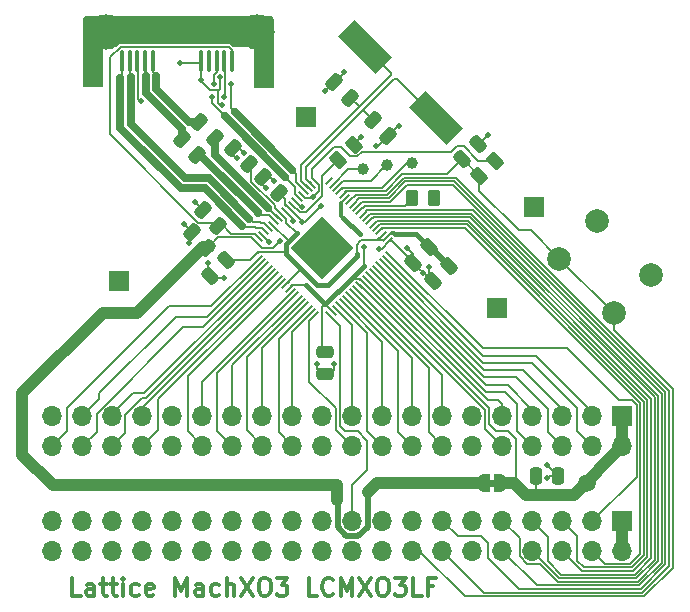
<source format=gbr>
%TF.GenerationSoftware,KiCad,Pcbnew,(6.0.4)*%
%TF.CreationDate,2022-04-10T17:23:06-04:00*%
%TF.ProjectId,ftdi601_breakout,66746469-3630-4315-9f62-7265616b6f75,rev?*%
%TF.SameCoordinates,Original*%
%TF.FileFunction,Copper,L1,Top*%
%TF.FilePolarity,Positive*%
%FSLAX46Y46*%
G04 Gerber Fmt 4.6, Leading zero omitted, Abs format (unit mm)*
G04 Created by KiCad (PCBNEW (6.0.4)) date 2022-04-10 17:23:06*
%MOMM*%
%LPD*%
G01*
G04 APERTURE LIST*
G04 Aperture macros list*
%AMRoundRect*
0 Rectangle with rounded corners*
0 $1 Rounding radius*
0 $2 $3 $4 $5 $6 $7 $8 $9 X,Y pos of 4 corners*
0 Add a 4 corners polygon primitive as box body*
4,1,4,$2,$3,$4,$5,$6,$7,$8,$9,$2,$3,0*
0 Add four circle primitives for the rounded corners*
1,1,$1+$1,$2,$3*
1,1,$1+$1,$4,$5*
1,1,$1+$1,$6,$7*
1,1,$1+$1,$8,$9*
0 Add four rect primitives between the rounded corners*
20,1,$1+$1,$2,$3,$4,$5,0*
20,1,$1+$1,$4,$5,$6,$7,0*
20,1,$1+$1,$6,$7,$8,$9,0*
20,1,$1+$1,$8,$9,$2,$3,0*%
%AMRotRect*
0 Rectangle, with rotation*
0 The origin of the aperture is its center*
0 $1 length*
0 $2 width*
0 $3 Rotation angle, in degrees counterclockwise*
0 Add horizontal line*
21,1,$1,$2,0,0,$3*%
%AMFreePoly0*
4,1,22,0.500000,-0.750000,0.000000,-0.750000,0.000000,-0.745033,-0.079941,-0.743568,-0.215256,-0.701293,-0.333266,-0.622738,-0.424486,-0.514219,-0.481581,-0.384460,-0.499164,-0.250000,-0.500000,-0.250000,-0.500000,0.250000,-0.499164,0.250000,-0.499963,0.256109,-0.478152,0.396186,-0.417904,0.524511,-0.324060,0.630769,-0.204165,0.706417,-0.067858,0.745374,0.000000,0.744959,0.000000,0.750000,
0.500000,0.750000,0.500000,-0.750000,0.500000,-0.750000,$1*%
%AMFreePoly1*
4,1,20,0.000000,0.744959,0.073905,0.744508,0.209726,0.703889,0.328688,0.626782,0.421226,0.519385,0.479903,0.390333,0.500000,0.250000,0.500000,-0.250000,0.499851,-0.262216,0.476331,-0.402017,0.414519,-0.529596,0.319384,-0.634700,0.198574,-0.708877,0.061801,-0.746166,0.000000,-0.745033,0.000000,-0.750000,-0.500000,-0.750000,-0.500000,0.750000,0.000000,0.750000,0.000000,0.744959,
0.000000,0.744959,$1*%
G04 Aperture macros list end*
%TA.AperFunction,NonConductor*%
%ADD10C,0.200000*%
%TD*%
%ADD11C,0.300000*%
%TA.AperFunction,NonConductor*%
%ADD12C,0.300000*%
%TD*%
%TA.AperFunction,SMDPad,CuDef*%
%ADD13RoundRect,0.100000X0.100000X0.800000X-0.100000X0.800000X-0.100000X-0.800000X0.100000X-0.800000X0*%
%TD*%
%TA.AperFunction,ComponentPad*%
%ADD14C,3.000000*%
%TD*%
%TA.AperFunction,SMDPad,CuDef*%
%ADD15RoundRect,0.250000X0.512652X0.159099X0.159099X0.512652X-0.512652X-0.159099X-0.159099X-0.512652X0*%
%TD*%
%TA.AperFunction,SMDPad,CuDef*%
%ADD16RoundRect,0.250000X0.159099X-0.512652X0.512652X-0.159099X-0.159099X0.512652X-0.512652X0.159099X0*%
%TD*%
%TA.AperFunction,SMDPad,CuDef*%
%ADD17RoundRect,0.250000X0.250000X0.475000X-0.250000X0.475000X-0.250000X-0.475000X0.250000X-0.475000X0*%
%TD*%
%TA.AperFunction,SMDPad,CuDef*%
%ADD18RoundRect,0.250000X0.475000X-0.250000X0.475000X0.250000X-0.475000X0.250000X-0.475000X-0.250000X0*%
%TD*%
%TA.AperFunction,ComponentPad*%
%ADD19R,1.700000X1.700000*%
%TD*%
%TA.AperFunction,ComponentPad*%
%ADD20O,1.700000X1.700000*%
%TD*%
%TA.AperFunction,SMDPad,CuDef*%
%ADD21C,1.000000*%
%TD*%
%TA.AperFunction,SMDPad,CuDef*%
%ADD22RoundRect,0.250000X-0.262500X-0.450000X0.262500X-0.450000X0.262500X0.450000X-0.262500X0.450000X0*%
%TD*%
%TA.AperFunction,SMDPad,CuDef*%
%ADD23RoundRect,0.250000X-0.512652X-0.159099X-0.159099X-0.512652X0.512652X0.159099X0.159099X0.512652X0*%
%TD*%
%TA.AperFunction,SMDPad,CuDef*%
%ADD24RoundRect,0.250000X0.132583X-0.503814X0.503814X-0.132583X-0.132583X0.503814X-0.503814X0.132583X0*%
%TD*%
%TA.AperFunction,ComponentPad*%
%ADD25C,2.000000*%
%TD*%
%TA.AperFunction,SMDPad,CuDef*%
%ADD26RotRect,4.500000X2.000000X135.000000*%
%TD*%
%TA.AperFunction,SMDPad,CuDef*%
%ADD27FreePoly0,180.000000*%
%TD*%
%TA.AperFunction,SMDPad,CuDef*%
%ADD28FreePoly1,180.000000*%
%TD*%
%TA.AperFunction,SMDPad,CuDef*%
%ADD29RoundRect,0.050000X0.220971X0.291682X-0.291682X-0.220971X-0.220971X-0.291682X0.291682X0.220971X0*%
%TD*%
%TA.AperFunction,SMDPad,CuDef*%
%ADD30RoundRect,0.050000X-0.220971X0.291682X-0.291682X0.220971X0.220971X-0.291682X0.291682X-0.220971X0*%
%TD*%
%TA.AperFunction,SMDPad,CuDef*%
%ADD31RotRect,3.800000X3.800000X225.000000*%
%TD*%
%TA.AperFunction,ComponentPad*%
%ADD32C,0.500000*%
%TD*%
%TA.AperFunction,SMDPad,CuDef*%
%ADD33C,1.500000*%
%TD*%
%TA.AperFunction,ViaPad*%
%ADD34C,0.508000*%
%TD*%
%TA.AperFunction,Conductor*%
%ADD35C,0.152400*%
%TD*%
%TA.AperFunction,Conductor*%
%ADD36C,0.400000*%
%TD*%
%TA.AperFunction,Conductor*%
%ADD37C,1.000000*%
%TD*%
%TA.AperFunction,Conductor*%
%ADD38C,0.200000*%
%TD*%
%TA.AperFunction,Conductor*%
%ADD39C,0.300000*%
%TD*%
%TA.AperFunction,Conductor*%
%ADD40C,0.700000*%
%TD*%
%TA.AperFunction,Conductor*%
%ADD41C,0.500000*%
%TD*%
G04 APERTURE END LIST*
D10*
X130307035Y-68925000D02*
X131807035Y-68925000D01*
X131807035Y-68925000D02*
X131807035Y-73800000D01*
X131807035Y-73800000D02*
X130307035Y-73800000D01*
X130307035Y-73800000D02*
X130307035Y-68925000D01*
G36*
X130307035Y-68925000D02*
G01*
X131807035Y-68925000D01*
X131807035Y-73800000D01*
X130307035Y-73800000D01*
X130307035Y-68925000D01*
G37*
X144807035Y-69675000D02*
X146307035Y-69675000D01*
X146307035Y-69675000D02*
X146307035Y-73825000D01*
X146307035Y-73825000D02*
X144807035Y-73825000D01*
X144807035Y-73825000D02*
X144807035Y-69675000D01*
G36*
X144807035Y-69675000D02*
G01*
X146307035Y-69675000D01*
X146307035Y-73825000D01*
X144807035Y-73825000D01*
X144807035Y-69675000D01*
G37*
D11*
D12*
X130049892Y-116928571D02*
X129335606Y-116928571D01*
X129335606Y-115428571D01*
X131192749Y-116928571D02*
X131192749Y-116142857D01*
X131121320Y-116000000D01*
X130978463Y-115928571D01*
X130692749Y-115928571D01*
X130549892Y-116000000D01*
X131192749Y-116857142D02*
X131049892Y-116928571D01*
X130692749Y-116928571D01*
X130549892Y-116857142D01*
X130478463Y-116714285D01*
X130478463Y-116571428D01*
X130549892Y-116428571D01*
X130692749Y-116357142D01*
X131049892Y-116357142D01*
X131192749Y-116285714D01*
X131692749Y-115928571D02*
X132264177Y-115928571D01*
X131907035Y-115428571D02*
X131907035Y-116714285D01*
X131978463Y-116857142D01*
X132121320Y-116928571D01*
X132264177Y-116928571D01*
X132549892Y-115928571D02*
X133121320Y-115928571D01*
X132764177Y-115428571D02*
X132764177Y-116714285D01*
X132835606Y-116857142D01*
X132978463Y-116928571D01*
X133121320Y-116928571D01*
X133621320Y-116928571D02*
X133621320Y-115928571D01*
X133621320Y-115428571D02*
X133549892Y-115500000D01*
X133621320Y-115571428D01*
X133692749Y-115500000D01*
X133621320Y-115428571D01*
X133621320Y-115571428D01*
X134978463Y-116857142D02*
X134835606Y-116928571D01*
X134549892Y-116928571D01*
X134407035Y-116857142D01*
X134335606Y-116785714D01*
X134264177Y-116642857D01*
X134264177Y-116214285D01*
X134335606Y-116071428D01*
X134407035Y-116000000D01*
X134549892Y-115928571D01*
X134835606Y-115928571D01*
X134978463Y-116000000D01*
X136192749Y-116857142D02*
X136049892Y-116928571D01*
X135764177Y-116928571D01*
X135621320Y-116857142D01*
X135549892Y-116714285D01*
X135549892Y-116142857D01*
X135621320Y-116000000D01*
X135764177Y-115928571D01*
X136049892Y-115928571D01*
X136192749Y-116000000D01*
X136264177Y-116142857D01*
X136264177Y-116285714D01*
X135549892Y-116428571D01*
X138049892Y-116928571D02*
X138049892Y-115428571D01*
X138549892Y-116500000D01*
X139049892Y-115428571D01*
X139049892Y-116928571D01*
X140407035Y-116928571D02*
X140407035Y-116142857D01*
X140335606Y-116000000D01*
X140192749Y-115928571D01*
X139907035Y-115928571D01*
X139764177Y-116000000D01*
X140407035Y-116857142D02*
X140264177Y-116928571D01*
X139907035Y-116928571D01*
X139764177Y-116857142D01*
X139692749Y-116714285D01*
X139692749Y-116571428D01*
X139764177Y-116428571D01*
X139907035Y-116357142D01*
X140264177Y-116357142D01*
X140407035Y-116285714D01*
X141764177Y-116857142D02*
X141621320Y-116928571D01*
X141335606Y-116928571D01*
X141192749Y-116857142D01*
X141121320Y-116785714D01*
X141049892Y-116642857D01*
X141049892Y-116214285D01*
X141121320Y-116071428D01*
X141192749Y-116000000D01*
X141335606Y-115928571D01*
X141621320Y-115928571D01*
X141764177Y-116000000D01*
X142407035Y-116928571D02*
X142407035Y-115428571D01*
X143049892Y-116928571D02*
X143049892Y-116142857D01*
X142978463Y-116000000D01*
X142835606Y-115928571D01*
X142621320Y-115928571D01*
X142478463Y-116000000D01*
X142407035Y-116071428D01*
X143621320Y-115428571D02*
X144621320Y-116928571D01*
X144621320Y-115428571D02*
X143621320Y-116928571D01*
X145478463Y-115428571D02*
X145764177Y-115428571D01*
X145907035Y-115500000D01*
X146049892Y-115642857D01*
X146121320Y-115928571D01*
X146121320Y-116428571D01*
X146049892Y-116714285D01*
X145907035Y-116857142D01*
X145764177Y-116928571D01*
X145478463Y-116928571D01*
X145335606Y-116857142D01*
X145192749Y-116714285D01*
X145121320Y-116428571D01*
X145121320Y-115928571D01*
X145192749Y-115642857D01*
X145335606Y-115500000D01*
X145478463Y-115428571D01*
X146621320Y-115428571D02*
X147549892Y-115428571D01*
X147049892Y-116000000D01*
X147264177Y-116000000D01*
X147407035Y-116071428D01*
X147478463Y-116142857D01*
X147549892Y-116285714D01*
X147549892Y-116642857D01*
X147478463Y-116785714D01*
X147407035Y-116857142D01*
X147264177Y-116928571D01*
X146835606Y-116928571D01*
X146692749Y-116857142D01*
X146621320Y-116785714D01*
X150049892Y-116928571D02*
X149335606Y-116928571D01*
X149335606Y-115428571D01*
X151407035Y-116785714D02*
X151335606Y-116857142D01*
X151121320Y-116928571D01*
X150978463Y-116928571D01*
X150764177Y-116857142D01*
X150621320Y-116714285D01*
X150549892Y-116571428D01*
X150478463Y-116285714D01*
X150478463Y-116071428D01*
X150549892Y-115785714D01*
X150621320Y-115642857D01*
X150764177Y-115500000D01*
X150978463Y-115428571D01*
X151121320Y-115428571D01*
X151335606Y-115500000D01*
X151407035Y-115571428D01*
X152049892Y-116928571D02*
X152049892Y-115428571D01*
X152549892Y-116500000D01*
X153049892Y-115428571D01*
X153049892Y-116928571D01*
X153621320Y-115428571D02*
X154621320Y-116928571D01*
X154621320Y-115428571D02*
X153621320Y-116928571D01*
X155478463Y-115428571D02*
X155764177Y-115428571D01*
X155907035Y-115500000D01*
X156049892Y-115642857D01*
X156121320Y-115928571D01*
X156121320Y-116428571D01*
X156049892Y-116714285D01*
X155907035Y-116857142D01*
X155764177Y-116928571D01*
X155478463Y-116928571D01*
X155335606Y-116857142D01*
X155192749Y-116714285D01*
X155121320Y-116428571D01*
X155121320Y-115928571D01*
X155192749Y-115642857D01*
X155335606Y-115500000D01*
X155478463Y-115428571D01*
X156621320Y-115428571D02*
X157549892Y-115428571D01*
X157049892Y-116000000D01*
X157264177Y-116000000D01*
X157407035Y-116071428D01*
X157478463Y-116142857D01*
X157549892Y-116285714D01*
X157549892Y-116642857D01*
X157478463Y-116785714D01*
X157407035Y-116857142D01*
X157264177Y-116928571D01*
X156835606Y-116928571D01*
X156692749Y-116857142D01*
X156621320Y-116785714D01*
X158907035Y-116928571D02*
X158192749Y-116928571D01*
X158192749Y-115428571D01*
X159907035Y-116142857D02*
X159407035Y-116142857D01*
X159407035Y-116928571D02*
X159407035Y-115428571D01*
X160121320Y-115428571D01*
%TO.C,JP2*%
G36*
X165100000Y-107700000D02*
G01*
X164600000Y-107700000D01*
X164600000Y-107100000D01*
X165100000Y-107100000D01*
X165100000Y-107700000D01*
G37*
%TD*%
D13*
%TO.P,J1,1,VBUS*%
%TO.N,+5V*%
X142850000Y-71675000D03*
%TO.P,J1,2,D-*%
%TO.N,/D-*%
X142200000Y-71675000D03*
%TO.P,J1,3,D+*%
%TO.N,/D+*%
X141550000Y-71675000D03*
%TO.P,J1,4,GND*%
%TO.N,GND*%
X140250000Y-71675000D03*
%TO.P,J1,5,SSTX-*%
%TO.N,/USB_TX_cap-*%
X136150000Y-71675000D03*
%TO.P,J1,6,SSTX+*%
%TO.N,/USB_TX_cap+*%
X135500000Y-71675000D03*
%TO.P,J1,7,DRAIN*%
%TO.N,GND*%
X134850000Y-71675000D03*
%TO.P,J1,8,SSRX-*%
%TO.N,/USB_RX-*%
X134200000Y-71675000D03*
%TO.P,J1,9,SSRX+*%
%TO.N,/USB_RX+*%
X133550000Y-71675000D03*
D14*
%TO.P,J1,10,SHIELD*%
%TO.N,GND*%
X132200000Y-69175000D03*
X145000000Y-69175000D03*
D13*
%TO.P,J1,100*%
%TO.N,N/C*%
X140900000Y-71675000D03*
%TD*%
D15*
%TO.P,C2,1*%
%TO.N,/USB_TX-*%
X141421751Y-78171751D03*
%TO.P,C2,2*%
%TO.N,/USB_TX_cap-*%
X140078249Y-76828249D03*
%TD*%
D16*
%TO.P,C11,1*%
%TO.N,GND*%
X158214125Y-88757626D03*
%TO.P,C11,2*%
%TO.N,+1V0*%
X159557627Y-87414124D03*
%TD*%
D17*
%TO.P,C10,1*%
%TO.N,GND*%
X170457035Y-106800000D03*
%TO.P,C10,2*%
%TO.N,/VCCIO0*%
X168557035Y-106800000D03*
%TD*%
D18*
%TO.P,C8,1*%
%TO.N,GND*%
X150757035Y-98200000D03*
%TO.P,C8,2*%
%TO.N,/VCCIO0*%
X150757035Y-96300000D03*
%TD*%
D19*
%TO.P,J3,1,Pin_1*%
%TO.N,/VCCIO0*%
X175900000Y-101725000D03*
D20*
%TO.P,J3,2,Pin_2*%
X175900000Y-104265000D03*
%TO.P,J3,3,Pin_3*%
%TO.N,/DATA_30*%
X173360000Y-101725000D03*
%TO.P,J3,4,Pin_4*%
%TO.N,/DATA_29*%
X173360000Y-104265000D03*
%TO.P,J3,5,Pin_5*%
%TO.N,/DATA_28*%
X170820000Y-101725000D03*
%TO.P,J3,6,Pin_6*%
%TO.N,/DATA_27*%
X170820000Y-104265000D03*
%TO.P,J3,7,Pin_7*%
%TO.N,/DATA_26*%
X168280000Y-101725000D03*
%TO.P,J3,8,Pin_8*%
%TO.N,/DATA_25*%
X168280000Y-104265000D03*
%TO.P,J3,9,Pin_9*%
%TO.N,/DATA_24*%
X165740000Y-101725000D03*
%TO.P,J3,10,Pin_10*%
%TO.N,/DATA_23*%
X165740000Y-104265000D03*
%TO.P,J3,11,Pin_11*%
%TO.N,GND*%
X163200000Y-101725000D03*
%TO.P,J3,12,Pin_12*%
X163200000Y-104265000D03*
%TO.P,J3,13,Pin_13*%
%TO.N,/DATA_22*%
X160660000Y-101725000D03*
%TO.P,J3,14,Pin_14*%
%TO.N,/DATA_21*%
X160660000Y-104265000D03*
%TO.P,J3,15,Pin_15*%
%TO.N,/DATA_20*%
X158120000Y-101725000D03*
%TO.P,J3,16,Pin_16*%
%TO.N,/DATA_19*%
X158120000Y-104265000D03*
%TO.P,J3,17,Pin_17*%
%TO.N,/DATA_18*%
X155580000Y-101725000D03*
%TO.P,J3,18,Pin_18*%
%TO.N,/DATA_17*%
X155580000Y-104265000D03*
%TO.P,J3,19,Pin_19*%
%TO.N,/DATA_16*%
X153040000Y-101725000D03*
%TO.P,J3,20,Pin_20*%
%TO.N,/DATA_15*%
X153040000Y-104265000D03*
%TO.P,J3,21,Pin_21*%
%TO.N,GND*%
X150500000Y-101725000D03*
%TO.P,J3,22,Pin_22*%
X150500000Y-104265000D03*
%TO.P,J3,23,Pin_23*%
%TO.N,/DATA_14*%
X147960000Y-101725000D03*
%TO.P,J3,24,Pin_24*%
%TO.N,/DATA_13*%
X147960000Y-104265000D03*
%TO.P,J3,25,Pin_25*%
%TO.N,/DATA_12*%
X145420000Y-101725000D03*
%TO.P,J3,26,Pin_26*%
%TO.N,/DATA_11*%
X145420000Y-104265000D03*
%TO.P,J3,27,Pin_27*%
%TO.N,/DATA_10*%
X142880000Y-101725000D03*
%TO.P,J3,28,Pin_28*%
%TO.N,/DATA_9*%
X142880000Y-104265000D03*
%TO.P,J3,29,Pin_29*%
%TO.N,/DATA_8*%
X140340000Y-101725000D03*
%TO.P,J3,30,Pin_30*%
%TO.N,/DATA_7*%
X140340000Y-104265000D03*
%TO.P,J3,31,Pin_31*%
%TO.N,GND*%
X137800000Y-101725000D03*
%TO.P,J3,32,Pin_32*%
X137800000Y-104265000D03*
%TO.P,J3,33,Pin_33*%
%TO.N,/DATA_5*%
X135260000Y-101725000D03*
%TO.P,J3,34,Pin_34*%
%TO.N,/DATA_6*%
X135260000Y-104265000D03*
%TO.P,J3,35,Pin_35*%
%TO.N,/DATA_3*%
X132720000Y-101725000D03*
%TO.P,J3,36,Pin_36*%
%TO.N,/DATA_4*%
X132720000Y-104265000D03*
%TO.P,J3,37,Pin_37*%
%TO.N,/DATA_1*%
X130180000Y-101725000D03*
%TO.P,J3,38,Pin_38*%
%TO.N,/DATA_2*%
X130180000Y-104265000D03*
%TO.P,J3,39,Pin_39*%
%TO.N,GND*%
X127640000Y-101725000D03*
%TO.P,J3,40,Pin_40*%
%TO.N,/DATA_0*%
X127640000Y-104265000D03*
%TD*%
D15*
%TO.P,C6,1*%
%TO.N,/XTAL_N*%
X152871751Y-74771751D03*
%TO.P,C6,2*%
%TO.N,GND*%
X151528249Y-73428249D03*
%TD*%
D16*
%TO.P,C13,1*%
%TO.N,GND*%
X141028249Y-89871751D03*
%TO.P,C13,2*%
%TO.N,+1V0*%
X142371751Y-88528249D03*
%TD*%
D19*
%TO.P,GND,1,1*%
%TO.N,GND*%
X168400000Y-84000000D03*
%TD*%
D21*
%TO.P,GPIO0,1,1*%
%TO.N,/GPIO0*%
X155957035Y-80500000D03*
%TD*%
D22*
%TO.P,R2,1*%
%TO.N,Net-(R2-Pad1)*%
X158107035Y-83250000D03*
%TO.P,R2,2*%
%TO.N,+3V3*%
X159932035Y-83250000D03*
%TD*%
D23*
%TO.P,C5,1*%
%TO.N,/XTAL_P*%
X154756498Y-76656498D03*
%TO.P,C5,2*%
%TO.N,GND*%
X156100000Y-78000000D03*
%TD*%
D16*
%TO.P,C4,1*%
%TO.N,/~{RESET}*%
X162300000Y-80000000D03*
%TO.P,C4,2*%
%TO.N,GND*%
X163643502Y-78656498D03*
%TD*%
%TO.P,C14,1*%
%TO.N,GND*%
X159842374Y-90329377D03*
%TO.P,C14,2*%
%TO.N,+1V0*%
X161185876Y-88985875D03*
%TD*%
D19*
%TO.P,GND,1,1*%
%TO.N,GND*%
X149100000Y-76400000D03*
%TD*%
D24*
%TO.P,R3,1*%
%TO.N,Net-(R3-Pad1)*%
X151854765Y-80045235D03*
%TO.P,R3,2*%
%TO.N,GND*%
X153145235Y-78754765D03*
%TD*%
D25*
%TO.P,RESET,1,1*%
%TO.N,GND*%
X178357035Y-89800000D03*
X173760841Y-85203806D03*
%TO.P,RESET,2,2*%
%TO.N,/~{RESET}*%
X175175055Y-92981981D03*
X170578860Y-88385787D03*
%TD*%
D23*
%TO.P,C7,1*%
%TO.N,GND*%
X139428249Y-86128249D03*
%TO.P,C7,2*%
%TO.N,+3V3*%
X140771751Y-87471751D03*
%TD*%
D19*
%TO.P,J4,1,Pin_1*%
%TO.N,/VCCIO1*%
X175900000Y-110615000D03*
D20*
%TO.P,J4,2,Pin_2*%
X175900000Y-113155000D03*
%TO.P,J4,3,Pin_3*%
%TO.N,/DATA_31*%
X173360000Y-110615000D03*
%TO.P,J4,4,Pin_4*%
%TO.N,/BE_0*%
X173360000Y-113155000D03*
%TO.P,J4,5,Pin_5*%
%TO.N,/BE_1*%
X170820000Y-110615000D03*
%TO.P,J4,6,Pin_6*%
%TO.N,/BE_2*%
X170820000Y-113155000D03*
%TO.P,J4,7,Pin_7*%
%TO.N,/BE_3*%
X168280000Y-110615000D03*
%TO.P,J4,8,Pin_8*%
%TO.N,/~{TXE}*%
X168280000Y-113155000D03*
%TO.P,J4,9,Pin_9*%
%TO.N,/~{RXF}*%
X165740000Y-110615000D03*
%TO.P,J4,10,Pin_10*%
%TO.N,/~{WR}*%
X165740000Y-113155000D03*
%TO.P,J4,11,Pin_11*%
%TO.N,GND*%
X163200000Y-110615000D03*
%TO.P,J4,12,Pin_12*%
X163200000Y-113155000D03*
%TO.P,J4,13,Pin_13*%
%TO.N,/~{RD}*%
X160660000Y-110615000D03*
%TO.P,J4,14,Pin_14*%
%TO.N,/~{OE}*%
X160660000Y-113155000D03*
%TO.P,J4,15,Pin_15*%
%TO.N,unconnected-(J4-Pad15)*%
X158120000Y-110615000D03*
%TO.P,J4,16,Pin_16*%
%TO.N,/~{RESET}*%
X158120000Y-113155000D03*
%TO.P,J4,17,Pin_17*%
%TO.N,unconnected-(J4-Pad17)*%
X155580000Y-110615000D03*
%TO.P,J4,18,Pin_18*%
%TO.N,unconnected-(J4-Pad18)*%
X155580000Y-113155000D03*
%TO.P,J4,19,Pin_19*%
%TO.N,/FTDI_FIFO_CLK_OUT*%
X153040000Y-110615000D03*
%TO.P,J4,20,Pin_20*%
%TO.N,unconnected-(J4-Pad20)*%
X153040000Y-113155000D03*
%TO.P,J4,21,Pin_21*%
%TO.N,GND*%
X150500000Y-110615000D03*
%TO.P,J4,22,Pin_22*%
X150500000Y-113155000D03*
%TO.P,J4,23,Pin_23*%
%TO.N,unconnected-(J4-Pad23)*%
X147960000Y-110615000D03*
%TO.P,J4,24,Pin_24*%
%TO.N,unconnected-(J4-Pad24)*%
X147960000Y-113155000D03*
%TO.P,J4,25,Pin_25*%
%TO.N,unconnected-(J4-Pad25)*%
X145420000Y-110615000D03*
%TO.P,J4,26,Pin_26*%
%TO.N,unconnected-(J4-Pad26)*%
X145420000Y-113155000D03*
%TO.P,J4,27,Pin_27*%
%TO.N,unconnected-(J4-Pad27)*%
X142880000Y-110615000D03*
%TO.P,J4,28,Pin_28*%
%TO.N,unconnected-(J4-Pad28)*%
X142880000Y-113155000D03*
%TO.P,J4,29,Pin_29*%
%TO.N,unconnected-(J4-Pad29)*%
X140340000Y-110615000D03*
%TO.P,J4,30,Pin_30*%
%TO.N,unconnected-(J4-Pad30)*%
X140340000Y-113155000D03*
%TO.P,J4,31,Pin_31*%
%TO.N,GND*%
X137800000Y-110615000D03*
%TO.P,J4,32,Pin_32*%
X137800000Y-113155000D03*
%TO.P,J4,33,Pin_33*%
%TO.N,unconnected-(J4-Pad33)*%
X135260000Y-110615000D03*
%TO.P,J4,34,Pin_34*%
%TO.N,unconnected-(J4-Pad34)*%
X135260000Y-113155000D03*
%TO.P,J4,35,Pin_35*%
%TO.N,unconnected-(J4-Pad35)*%
X132720000Y-110615000D03*
%TO.P,J4,36,Pin_36*%
%TO.N,unconnected-(J4-Pad36)*%
X132720000Y-113155000D03*
%TO.P,J4,37,Pin_37*%
%TO.N,unconnected-(J4-Pad37)*%
X130180000Y-110615000D03*
%TO.P,J4,38,Pin_38*%
%TO.N,unconnected-(J4-Pad38)*%
X130180000Y-113155000D03*
%TO.P,J4,39,Pin_39*%
%TO.N,unconnected-(J4-Pad39)*%
X127640000Y-110615000D03*
%TO.P,J4,40,Pin_40*%
%TO.N,unconnected-(J4-Pad40)*%
X127640000Y-113155000D03*
%TD*%
D26*
%TO.P,Y1,1,1*%
%TO.N,/XTAL_P*%
X160105204Y-76505204D03*
%TO.P,Y1,2,2*%
%TO.N,/XTAL_N*%
X154094796Y-70494796D03*
%TD*%
D23*
%TO.P,C9,1*%
%TO.N,GND*%
X145464124Y-81464125D03*
%TO.P,C9,2*%
%TO.N,+3V3*%
X146807626Y-82807627D03*
%TD*%
D27*
%TO.P,JP2,1,A*%
%TO.N,/VCCIO0*%
X165500000Y-107400000D03*
D28*
%TO.P,JP2,2,B*%
%TO.N,+3V3*%
X164200000Y-107400000D03*
%TD*%
D15*
%TO.P,C1,1*%
%TO.N,+5V*%
X141700000Y-85600000D03*
%TO.P,C1,2*%
%TO.N,GND*%
X140356498Y-84256498D03*
%TD*%
D29*
%TO.P,U2,1,GND*%
%TO.N,GND*%
X156183371Y-86928078D03*
%TO.P,U2,2,AVDD*%
%TO.N,+1V0*%
X155900528Y-86645235D03*
%TO.P,U2,3,VD10*%
X155617685Y-86362393D03*
%TO.P,U2,4,BE_0*%
%TO.N,/BE_0*%
X155334843Y-86079550D03*
%TO.P,U2,5,BE_1*%
%TO.N,/BE_1*%
X155052000Y-85796707D03*
%TO.P,U2,6,BE_2*%
%TO.N,/BE_2*%
X154769157Y-85513865D03*
%TO.P,U2,7,BE_3*%
%TO.N,/BE_3*%
X154486314Y-85231022D03*
%TO.P,U2,8,TXE_N*%
%TO.N,/~{TXE}*%
X154203472Y-84948179D03*
%TO.P,U2,9,RXF_N*%
%TO.N,/~{RXF}*%
X153920629Y-84665336D03*
%TO.P,U2,10,SIWU_N*%
%TO.N,Net-(R2-Pad1)*%
X153637786Y-84382494D03*
%TO.P,U2,11,WR_N*%
%TO.N,/~{WR}*%
X153354944Y-84099651D03*
%TO.P,U2,12,RD_N*%
%TO.N,/~{RD}*%
X153072101Y-83816808D03*
%TO.P,U2,13,OE_N*%
%TO.N,/~{OE}*%
X152789258Y-83533966D03*
%TO.P,U2,14,VCCIO*%
%TO.N,/VCCIO0*%
X152506415Y-83251123D03*
%TO.P,U2,15,RESET_N*%
%TO.N,/~{RESET}*%
X152223573Y-82968280D03*
%TO.P,U2,16,WAKEUP_N*%
%TO.N,/~{WAKEUP}*%
X151940730Y-82685437D03*
%TO.P,U2,17,GPIO0*%
%TO.N,/GPIO0*%
X151657887Y-82402595D03*
%TO.P,U2,18,GPIO1*%
%TO.N,/GPIO1*%
X151375045Y-82119752D03*
%TO.P,U2,19*%
%TO.N,N/C*%
X151092202Y-81836909D03*
D30*
%TO.P,U2,20,VCC33*%
%TO.N,+3V3*%
X149907798Y-81836909D03*
%TO.P,U2,21,XI*%
%TO.N,/XTAL_P*%
X149624955Y-82119752D03*
%TO.P,U2,22,XO*%
%TO.N,/XTAL_N*%
X149342113Y-82402595D03*
%TO.P,U2,23,DP*%
%TO.N,/D+*%
X149059270Y-82685437D03*
%TO.P,U2,24,VCC33*%
%TO.N,+3V3*%
X148776427Y-82968280D03*
%TO.P,U2,25,DM*%
%TO.N,/D-*%
X148493585Y-83251123D03*
%TO.P,U2,26,GND*%
%TO.N,GND*%
X148210742Y-83533966D03*
%TO.P,U2,27,RREF*%
%TO.N,Net-(R3-Pad1)*%
X147927899Y-83816808D03*
%TO.P,U2,28,VDDA*%
%TO.N,+3V3*%
X147645056Y-84099651D03*
%TO.P,U2,29,GND*%
%TO.N,GND*%
X147362214Y-84382494D03*
%TO.P,U2,30,VD10*%
%TO.N,+1V0*%
X147079371Y-84665336D03*
%TO.P,U2,31,T0DN*%
%TO.N,/USB_TX-*%
X146796528Y-84948179D03*
%TO.P,U2,32,T0DP*%
%TO.N,/USB_TX+*%
X146513686Y-85231022D03*
%TO.P,U2,33,VD10*%
%TO.N,+1V0*%
X146230843Y-85513865D03*
%TO.P,U2,34,RIDN*%
%TO.N,/USB_RX-*%
X145948000Y-85796707D03*
%TO.P,U2,35,RIDP*%
%TO.N,/USB_RX+*%
X145665157Y-86079550D03*
%TO.P,U2,36,GND*%
%TO.N,GND*%
X145382315Y-86362393D03*
%TO.P,U2,37,VBUS*%
%TO.N,+5V*%
X145099472Y-86645235D03*
%TO.P,U2,38,VCC33*%
%TO.N,+3V3*%
X144816629Y-86928078D03*
D29*
%TO.P,U2,39,DV10*%
%TO.N,+1V0*%
X144816629Y-88112482D03*
%TO.P,U2,40,DATA_0*%
%TO.N,/DATA_0*%
X145099472Y-88395325D03*
%TO.P,U2,41,DATA_1*%
%TO.N,/DATA_1*%
X145382315Y-88678167D03*
%TO.P,U2,42,DATA_2*%
%TO.N,/DATA_2*%
X145665157Y-88961010D03*
%TO.P,U2,43,DATA_3*%
%TO.N,/DATA_3*%
X145948000Y-89243853D03*
%TO.P,U2,44,DATA_4*%
%TO.N,/DATA_4*%
X146230843Y-89526695D03*
%TO.P,U2,45,DATA_5*%
%TO.N,/DATA_5*%
X146513686Y-89809538D03*
%TO.P,U2,46,DATA_6*%
%TO.N,/DATA_6*%
X146796528Y-90092381D03*
%TO.P,U2,47,DATA_7*%
%TO.N,/DATA_7*%
X147079371Y-90375224D03*
%TO.P,U2,48,VD10*%
%TO.N,+1V0*%
X147362214Y-90658066D03*
%TO.P,U2,49,VCCIO*%
%TO.N,/VCCIO0*%
X147645056Y-90940909D03*
%TO.P,U2,50,DATA_8*%
%TO.N,/DATA_8*%
X147927899Y-91223752D03*
%TO.P,U2,51,DATA_9*%
%TO.N,/DATA_9*%
X148210742Y-91506594D03*
%TO.P,U2,52,DATA_10*%
%TO.N,/DATA_10*%
X148493585Y-91789437D03*
%TO.P,U2,53,DATA_11*%
%TO.N,/DATA_11*%
X148776427Y-92072280D03*
%TO.P,U2,54,DATA_12*%
%TO.N,/DATA_12*%
X149059270Y-92355123D03*
%TO.P,U2,55,DATA_13*%
%TO.N,/DATA_13*%
X149342113Y-92637965D03*
%TO.P,U2,56,DATA_14*%
%TO.N,/DATA_14*%
X149624955Y-92920808D03*
%TO.P,U2,57,DATA_15*%
%TO.N,/DATA_15*%
X149907798Y-93203651D03*
D30*
%TO.P,U2,58,CLK*%
%TO.N,/FTDI_FIFO_CLK_OUT*%
X151092202Y-93203651D03*
%TO.P,U2,59,VCCIO*%
%TO.N,/VCCIO0*%
X151375045Y-92920808D03*
%TO.P,U2,60,DATA_16*%
%TO.N,/DATA_16*%
X151657887Y-92637965D03*
%TO.P,U2,61,DATA_17*%
%TO.N,/DATA_17*%
X151940730Y-92355123D03*
%TO.P,U2,62,DATA_18*%
%TO.N,/DATA_18*%
X152223573Y-92072280D03*
%TO.P,U2,63,DATA_19*%
%TO.N,/DATA_19*%
X152506415Y-91789437D03*
%TO.P,U2,64,DATA_20*%
%TO.N,/DATA_20*%
X152789258Y-91506594D03*
%TO.P,U2,65,DATA_21*%
%TO.N,/DATA_21*%
X153072101Y-91223752D03*
%TO.P,U2,66,DATA_22*%
%TO.N,/DATA_22*%
X153354944Y-90940909D03*
%TO.P,U2,67,DATA_23*%
%TO.N,/DATA_23*%
X153637786Y-90658066D03*
%TO.P,U2,68,VCCIO*%
%TO.N,/VCCIO0*%
X153920629Y-90375224D03*
%TO.P,U2,69,DATA_24*%
%TO.N,/DATA_24*%
X154203472Y-90092381D03*
%TO.P,U2,70,DATA_25*%
%TO.N,/DATA_25*%
X154486314Y-89809538D03*
%TO.P,U2,71,DATA_26*%
%TO.N,/DATA_26*%
X154769157Y-89526695D03*
%TO.P,U2,72,DATA_27*%
%TO.N,/DATA_27*%
X155052000Y-89243853D03*
%TO.P,U2,73,DATA_28*%
%TO.N,/DATA_28*%
X155334843Y-88961010D03*
%TO.P,U2,74,DATA_29*%
%TO.N,/DATA_29*%
X155617685Y-88678167D03*
%TO.P,U2,75,DATA_30*%
%TO.N,/DATA_30*%
X155900528Y-88395325D03*
%TO.P,U2,76,DATA_31*%
%TO.N,/DATA_31*%
X156183371Y-88112482D03*
D31*
%TO.P,U2,77,EXP*%
%TO.N,GND*%
X150500000Y-87520280D03*
D32*
X149651472Y-86671752D03*
X151348528Y-88368808D03*
X152197056Y-87520280D03*
X150500000Y-89217336D03*
X149651472Y-88368808D03*
X150500000Y-87520280D03*
X151348528Y-86671752D03*
X148802944Y-87520280D03*
X150500000Y-85823224D03*
%TD*%
D24*
%TO.P,R1,1*%
%TO.N,/~{RESET}*%
X163800000Y-81400000D03*
%TO.P,R1,2*%
%TO.N,+3V3*%
X165090470Y-80109530D03*
%TD*%
D23*
%TO.P,C12,1*%
%TO.N,GND*%
X142956498Y-79056498D03*
%TO.P,C12,2*%
%TO.N,+1V0*%
X144300000Y-80400000D03*
%TD*%
D21*
%TO.P,~{WAKEUP},1,1*%
%TO.N,/~{WAKEUP}*%
X158132035Y-80275000D03*
%TD*%
D19*
%TO.P,GND,1,1*%
%TO.N,GND*%
X165257035Y-92550000D03*
%TD*%
%TO.P,GND,1,1*%
%TO.N,GND*%
X133300000Y-90300000D03*
%TD*%
D15*
%TO.P,C3,1*%
%TO.N,/USB_TX+*%
X139921751Y-79593502D03*
%TO.P,C3,2*%
%TO.N,/USB_TX_cap+*%
X138578249Y-78250000D03*
%TD*%
D33*
%TO.P,VCCIO,1,1*%
%TO.N,/VCCIO0*%
X172900000Y-107400000D03*
%TD*%
D21*
%TO.P,GPIO1,1,1*%
%TO.N,/GPIO1*%
X153957035Y-80800000D03*
%TD*%
D34*
%TO.N,GND*%
X142457035Y-69725000D03*
X142457035Y-68375000D03*
X134632035Y-69775000D03*
X134632035Y-68400000D03*
X138482035Y-69725000D03*
X138482035Y-68375000D03*
X131582035Y-71050000D03*
X130532035Y-70725000D03*
X145057035Y-71125000D03*
X146107035Y-70975000D03*
X146082035Y-73600000D03*
X145057035Y-73600000D03*
X131557035Y-73600000D03*
X130557035Y-73600000D03*
%TO.N,/VCCIO0*%
X153694139Y-86348024D03*
X154000000Y-87405900D03*
%TO.N,GND*%
X142007035Y-75350000D03*
X150057035Y-97300000D03*
X142200000Y-90000000D03*
X153800000Y-78100000D03*
X143300000Y-79900000D03*
X157700000Y-87500000D03*
X146000000Y-87000000D03*
X164500000Y-77900000D03*
X138457035Y-71800000D03*
X140257035Y-73300000D03*
X148800000Y-84000000D03*
X169557035Y-107000000D03*
X139700000Y-83600000D03*
X159557035Y-89100000D03*
X155257035Y-87600000D03*
X145700000Y-82400000D03*
X146400000Y-81800000D03*
X152300000Y-72600000D03*
X148057035Y-85200000D03*
X140800000Y-88800000D03*
X150700000Y-74200000D03*
X141807035Y-73000000D03*
X159000000Y-89600000D03*
X138800000Y-85500000D03*
X169557035Y-105900000D03*
X155057035Y-78850000D03*
X135107035Y-75050000D03*
X157000000Y-77200000D03*
X151457035Y-97300000D03*
X143857035Y-79450000D03*
X139200000Y-87100000D03*
%TO.N,/D-*%
X142157035Y-74700000D03*
X141157035Y-74700000D03*
%TO.N,+3V3*%
X149700000Y-83200000D03*
X146889728Y-86915469D03*
X148757035Y-85300000D03*
X150407035Y-83900000D03*
%TO.N,/D+*%
X141357035Y-73600000D03*
X142757035Y-73600000D03*
%TD*%
D35*
%TO.N,+5V*%
X141450000Y-85350000D02*
X141700000Y-85600000D01*
X132532035Y-77884120D02*
X139997915Y-85350000D01*
X132532035Y-71328934D02*
X132532035Y-77884120D01*
X133410969Y-70450000D02*
X132532035Y-71328934D01*
X139997915Y-85350000D02*
X141450000Y-85350000D01*
X142850000Y-70726967D02*
X142573033Y-70450000D01*
X142573033Y-70450000D02*
X133410969Y-70450000D01*
X142850000Y-71675000D02*
X142850000Y-70726967D01*
D36*
%TO.N,/VCCIO0*%
X149108187Y-90653950D02*
X150727119Y-92272881D01*
D35*
X165200000Y-103000000D02*
X166200000Y-103000000D01*
D37*
X171765000Y-108400000D02*
X168357035Y-108400000D01*
D35*
X168557035Y-106800000D02*
X168557035Y-108200000D01*
X166200000Y-103000000D02*
X166900000Y-103700000D01*
X166900000Y-103700000D02*
X166900000Y-107542965D01*
X153633669Y-90088264D02*
X152911736Y-90088264D01*
X153920629Y-90375224D02*
X153633669Y-90088264D01*
X164600000Y-102400000D02*
X165200000Y-103000000D01*
D38*
X150477600Y-96020565D02*
X150477600Y-93150000D01*
D35*
X150727119Y-92272881D02*
X150477600Y-92522400D01*
X150477600Y-92522400D02*
X150477600Y-93150000D01*
X164600000Y-101054595D02*
X164600000Y-102400000D01*
D37*
X166757035Y-107400000D02*
X167757035Y-108400000D01*
D35*
X168557035Y-108200000D02*
X168357035Y-108400000D01*
D36*
X153648024Y-86348024D02*
X153694139Y-86348024D01*
D37*
X175900000Y-104265000D02*
X171765000Y-108400000D01*
D35*
X147932015Y-90653950D02*
X147645056Y-90940909D01*
D37*
X165500000Y-107400000D02*
X166757035Y-107400000D01*
D35*
X152057538Y-83700000D02*
X152057035Y-83700000D01*
X150727119Y-92272881D02*
X151375045Y-92920808D01*
X154000000Y-89000000D02*
X154000000Y-87405900D01*
D37*
X175900000Y-104265000D02*
X175900000Y-101725000D01*
D35*
X152506415Y-83251123D02*
X152057538Y-83700000D01*
D36*
X152911736Y-90088264D02*
X154000000Y-89000000D01*
D35*
X166900000Y-107542965D02*
X167757035Y-108400000D01*
D39*
X152219456Y-84919456D02*
X152057035Y-84757035D01*
D35*
X153920629Y-90375224D02*
X164600000Y-101054595D01*
D37*
X168357035Y-108400000D02*
X167757035Y-108400000D01*
D35*
X149108187Y-90653950D02*
X147932015Y-90653950D01*
X150757035Y-96300000D02*
X150477600Y-96020565D01*
D36*
X152911736Y-90088264D02*
X150727119Y-92272881D01*
D39*
X152057035Y-84757035D02*
X152057035Y-83700000D01*
D36*
X152219456Y-84919456D02*
X153648024Y-86348024D01*
D35*
%TO.N,GND*%
X143200000Y-79900000D02*
X143300000Y-79900000D01*
X158214125Y-88014125D02*
X157700000Y-87500000D01*
X148210742Y-83533966D02*
X148676776Y-84000000D01*
X140800000Y-89643502D02*
X140800000Y-88800000D01*
X156428079Y-86928078D02*
X158214125Y-88714125D01*
X152300000Y-72656498D02*
X151528249Y-73428249D01*
X134857035Y-71667965D02*
X134850000Y-71675000D01*
X140125000Y-71800000D02*
X140250000Y-71675000D01*
X156900000Y-77200000D02*
X156100000Y-78000000D01*
X145464124Y-82164124D02*
X145700000Y-82400000D01*
X150057035Y-97700000D02*
X150057035Y-97300000D01*
X140250000Y-73350000D02*
X141000000Y-74100000D01*
X138450000Y-71800000D02*
X140125000Y-71800000D01*
X145628249Y-81371751D02*
X145628249Y-81855547D01*
X141028249Y-89871751D02*
X140800000Y-89643502D01*
X141657035Y-75100000D02*
X141657035Y-75200000D01*
X151457035Y-97800000D02*
X151457035Y-97300000D01*
X141657035Y-75200000D02*
X141757035Y-75300000D01*
X155511449Y-87600000D02*
X156183371Y-86928078D01*
X150557035Y-98000000D02*
X150357035Y-98000000D01*
X148057035Y-85077315D02*
X148057035Y-85200000D01*
X158214125Y-88714125D02*
X158214125Y-88757626D01*
X150757035Y-98200000D02*
X150557035Y-98000000D01*
X140250000Y-73350000D02*
X140250000Y-71675000D01*
D38*
X134907035Y-71732035D02*
X134907035Y-74850000D01*
D35*
X153145235Y-78754765D02*
X153800000Y-78100000D01*
X145464124Y-81464125D02*
X146064125Y-81464125D01*
X139200000Y-85900000D02*
X138800000Y-85500000D01*
X142700000Y-79056498D02*
X143463533Y-79056498D01*
X145382315Y-86362393D02*
X145382315Y-86382315D01*
X141857035Y-73050000D02*
X141807035Y-73000000D01*
X142471751Y-79171751D02*
X143200000Y-79900000D01*
X157000000Y-77200000D02*
X156900000Y-77200000D01*
X151057035Y-98200000D02*
X151457035Y-97800000D01*
X151528249Y-73428249D02*
X151471751Y-73428249D01*
X141000000Y-74100000D02*
X141757035Y-74100000D01*
X155257035Y-87600000D02*
X155511449Y-87600000D01*
X169557035Y-105900000D02*
X170457035Y-106800000D01*
X163643502Y-78656498D02*
X163743502Y-78656498D01*
X147362214Y-84382494D02*
X148057035Y-85077315D01*
X156183371Y-86928078D02*
X156428079Y-86928078D01*
X142956498Y-79056498D02*
X143084747Y-79056498D01*
X169757035Y-106800000D02*
X169557035Y-107000000D01*
X152300000Y-72600000D02*
X152300000Y-72656498D01*
X145382315Y-86382315D02*
X146000000Y-87000000D01*
X158214125Y-88757626D02*
X158214125Y-88014125D01*
X155250000Y-78850000D02*
X155057035Y-78850000D01*
X141857035Y-74000000D02*
X141857035Y-73050000D01*
X159842374Y-90329377D02*
X159785876Y-90329377D01*
D38*
X134907035Y-74850000D02*
X135107035Y-75050000D01*
D35*
X150357035Y-98000000D02*
X150057035Y-97700000D01*
D38*
X134894080Y-71719080D02*
X134907035Y-71732035D01*
D35*
X141657035Y-74200000D02*
X141657035Y-75100000D01*
X141757035Y-74100000D02*
X141857035Y-74000000D01*
X170457035Y-106800000D02*
X169757035Y-106800000D01*
X159557035Y-90044038D02*
X159557035Y-89100000D01*
X141857035Y-74000000D02*
X141657035Y-74200000D01*
X148676776Y-84000000D02*
X148800000Y-84000000D01*
X159842374Y-90329377D02*
X159557035Y-90044038D01*
X134850000Y-71675000D02*
X134894080Y-71719080D01*
X151471751Y-73428249D02*
X150700000Y-74200000D01*
X141156498Y-90000000D02*
X142200000Y-90000000D01*
X159785876Y-90329377D02*
X158214125Y-88757626D01*
X150757035Y-98200000D02*
X151057035Y-98200000D01*
X146064125Y-81464125D02*
X146400000Y-81800000D01*
X143463533Y-79056498D02*
X143857035Y-79450000D01*
X145464124Y-81464125D02*
X145464124Y-82164124D01*
X156100000Y-78000000D02*
X155250000Y-78850000D01*
X139200000Y-87100000D02*
X139200000Y-85900000D01*
X141028249Y-89871751D02*
X141156498Y-90000000D01*
X163743502Y-78656498D02*
X164500000Y-77900000D01*
X142528249Y-79228249D02*
X142700000Y-79056498D01*
X139700000Y-83600000D02*
X140356498Y-84256498D01*
D37*
%TO.N,/VCCIO1*%
X175900000Y-110615000D02*
X175900000Y-113155000D01*
D35*
%TO.N,/D-*%
X142257035Y-73231795D02*
X142257035Y-74600000D01*
X142289136Y-71764136D02*
X142289136Y-73199694D01*
D40*
X147354260Y-81456998D02*
X142239451Y-76342189D01*
D35*
X141157035Y-75259773D02*
X141157035Y-74700000D01*
X142257035Y-74600000D02*
X142157035Y-74700000D01*
X142200000Y-71675000D02*
X142104334Y-71770666D01*
X148206625Y-82309363D02*
X147354260Y-81456998D01*
X142200000Y-71675000D02*
X142289136Y-71764136D01*
X142289136Y-73199694D02*
X142257035Y-73231795D01*
X142239451Y-76342189D02*
X141157035Y-75259773D01*
X148493585Y-83251123D02*
X148206625Y-82964163D01*
X148206625Y-82964163D02*
X148206625Y-82309363D01*
%TO.N,+5V*%
X145099472Y-86645235D02*
X144757348Y-86303111D01*
X144629914Y-86300000D02*
X142800000Y-86300000D01*
X142850000Y-71675000D02*
X142850000Y-72389031D01*
X142800000Y-86300000D02*
X142000000Y-85500000D01*
X144757348Y-86303111D02*
X144633025Y-86303111D01*
X144633025Y-86303111D02*
X144629914Y-86300000D01*
D38*
%TO.N,+1V0*%
X153707035Y-86900000D02*
X153757035Y-86850000D01*
D35*
X144400862Y-88528249D02*
X144816629Y-88112482D01*
X147544225Y-87825523D02*
X147584874Y-87784874D01*
X147079371Y-84665336D02*
X146486467Y-84072432D01*
D39*
X156407035Y-86250000D02*
X156607035Y-86250000D01*
D35*
X144300000Y-80400000D02*
X144128249Y-80571751D01*
X147584874Y-87000415D02*
X147642645Y-86942645D01*
X146486467Y-84072432D02*
X146486467Y-83881680D01*
X159557627Y-87414124D02*
X159334047Y-87414124D01*
D36*
X147584874Y-88134874D02*
X147457035Y-88007035D01*
D35*
X155157035Y-86850000D02*
X155695763Y-86850000D01*
X156295763Y-86250000D02*
X156407035Y-86250000D01*
X146486467Y-83881680D02*
X144473352Y-81868565D01*
X153407035Y-87200000D02*
X153415126Y-87208091D01*
D36*
X151007035Y-90600000D02*
X150050000Y-90600000D01*
D35*
X155157035Y-86823043D02*
X155157035Y-86850000D01*
D36*
X159557035Y-87414124D02*
X159557035Y-87413532D01*
D35*
X144473352Y-81868565D02*
X144473352Y-80573352D01*
X155617685Y-86362393D02*
X155157035Y-86823043D01*
X155695763Y-86850000D02*
X155900528Y-86645235D01*
D41*
X161185876Y-88985875D02*
X159614125Y-87414124D01*
D35*
X146230843Y-85523808D02*
X147642645Y-86935610D01*
X144473352Y-80573352D02*
X144300000Y-80400000D01*
D36*
X150050000Y-90600000D02*
X147584874Y-88134874D01*
X147457035Y-88007035D02*
X147457035Y-87128255D01*
D35*
X159614125Y-87414124D02*
X159557627Y-87414124D01*
D38*
X153757035Y-86850000D02*
X155150000Y-86850000D01*
D36*
X153415126Y-88191909D02*
X151007035Y-90600000D01*
D35*
X147649173Y-90371107D02*
X147362214Y-90658066D01*
X144816629Y-88112482D02*
X145103588Y-87825523D01*
X153707035Y-86900000D02*
X153407035Y-87200000D01*
X145103588Y-87825523D02*
X147544225Y-87825523D01*
X147584874Y-88134874D02*
X147584874Y-87784874D01*
X147670641Y-90349639D02*
X147670641Y-90329359D01*
X144128249Y-80571751D02*
X143871751Y-80571751D01*
X147447299Y-85033264D02*
X147447299Y-85347299D01*
X146517802Y-85800824D02*
X146230843Y-85513865D01*
X159557627Y-87414124D02*
X159557035Y-87414124D01*
D36*
X153415126Y-87984874D02*
X153415126Y-88191909D01*
D38*
X147670641Y-90329359D02*
X148725000Y-89275000D01*
D35*
X147447299Y-85347299D02*
X148342645Y-86242645D01*
D39*
X156607035Y-86250000D02*
X156657035Y-86300000D01*
D35*
X146230843Y-85513865D02*
X146230843Y-85523808D01*
D36*
X147457035Y-87128255D02*
X148342645Y-86242645D01*
D35*
X142371751Y-88528249D02*
X144400862Y-88528249D01*
X147079371Y-84665336D02*
X147447299Y-85033264D01*
X153415126Y-87208091D02*
X153415126Y-87984874D01*
X147642645Y-86942645D02*
X148342645Y-86242645D01*
X147642645Y-86935610D02*
X147642645Y-86942645D01*
X155900528Y-86645235D02*
X156295763Y-86250000D01*
X147362214Y-90658066D02*
X147670641Y-90349639D01*
D36*
X158443503Y-86300000D02*
X156657035Y-86300000D01*
X159557035Y-87413532D02*
X158443503Y-86300000D01*
D35*
%TO.N,/BE_0*%
X162592591Y-85792591D02*
X177418236Y-100618236D01*
X155621802Y-85792591D02*
X162592591Y-85792591D01*
X155334843Y-86079550D02*
X155621802Y-85792591D01*
X176566891Y-114233109D02*
X174438109Y-114233109D01*
X174438109Y-114233109D02*
X173360000Y-113155000D01*
X177418236Y-113381764D02*
X176566891Y-114233109D01*
X177418236Y-100618236D02*
X177418236Y-113381764D01*
%TO.N,/BE_1*%
X155052000Y-85796707D02*
X155360427Y-85488280D01*
X177722547Y-113507813D02*
X176692940Y-114537420D01*
X162718641Y-85488281D02*
X177722547Y-100492187D01*
X176692940Y-114537420D02*
X172632780Y-114537420D01*
X177722547Y-100492187D02*
X177722547Y-113507813D01*
X155360427Y-85488280D02*
X162718641Y-85488281D01*
X172632780Y-114537420D02*
X172100000Y-114004640D01*
X172100000Y-114004640D02*
X172100000Y-111895000D01*
X172100000Y-111895000D02*
X170820000Y-110615000D01*
%TO.N,/BE_2*%
X155099052Y-85183970D02*
X162844691Y-85183971D01*
X176818989Y-114841731D02*
X172506731Y-114841731D01*
X162844691Y-85183971D02*
X178026858Y-100366138D01*
X178026858Y-113633862D02*
X176818989Y-114841731D01*
X178026858Y-100366138D02*
X178026858Y-113633862D01*
X172506731Y-114841731D02*
X170820000Y-113155000D01*
X154769157Y-85513865D02*
X155099052Y-85183970D01*
%TO.N,/BE_3*%
X178331169Y-113759911D02*
X178331169Y-100240089D01*
X168280000Y-110615000D02*
X169600000Y-111935000D01*
X178331169Y-100240089D02*
X162970742Y-84879662D01*
X169600000Y-111935000D02*
X169600000Y-114000000D01*
X170746042Y-115146042D02*
X176945038Y-115146042D01*
X169600000Y-114000000D02*
X170746042Y-115146042D01*
X162970742Y-84879662D02*
X162770740Y-84879660D01*
X162770740Y-84879660D02*
X154837677Y-84879659D01*
X154837677Y-84879659D02*
X154486314Y-85231022D01*
X176945038Y-115146042D02*
X178331169Y-113759911D01*
%TO.N,/~{TXE}*%
X154576312Y-84575339D02*
X162844979Y-84575339D01*
X162844989Y-84575349D02*
X162896790Y-84575350D01*
X177071087Y-115450353D02*
X170575353Y-115450353D01*
X162844979Y-84575339D02*
X162844989Y-84575349D01*
X154203472Y-84948179D02*
X154576312Y-84575339D01*
X178635480Y-100114040D02*
X178635480Y-113885960D01*
X170575353Y-115450353D02*
X168280000Y-113155000D01*
X163096790Y-84575350D02*
X178635480Y-100114040D01*
X162896790Y-84575350D02*
X163096790Y-84575350D01*
X178635480Y-113885960D02*
X177071087Y-115450353D01*
%TO.N,/~{RXF}*%
X168927751Y-114233111D02*
X167833431Y-114233111D01*
X177197136Y-115754664D02*
X170449304Y-115754664D01*
X163022828Y-84271028D02*
X163022839Y-84271039D01*
X163222840Y-84271040D02*
X178939791Y-99987991D01*
X167201889Y-112076889D02*
X165740000Y-110615000D01*
X167833431Y-114233111D02*
X167201889Y-113601569D01*
X153920629Y-84665336D02*
X154314937Y-84271028D01*
X170449304Y-115754664D02*
X168927751Y-114233111D01*
X163022839Y-84271039D02*
X163222840Y-84271040D01*
X178939791Y-114012009D02*
X177197136Y-115754664D01*
X167201889Y-113601569D02*
X167201889Y-112076889D01*
X178939791Y-99987991D02*
X178939791Y-114012009D01*
X154314937Y-84271028D02*
X163022828Y-84271028D01*
%TO.N,Net-(R2-Pad1)*%
X154121719Y-83898561D02*
X157458474Y-83898561D01*
X157458474Y-83898561D02*
X158107035Y-83250000D01*
X153637786Y-84382494D02*
X154121719Y-83898561D01*
%TO.N,/~{WR}*%
X161562933Y-82162933D02*
X179244102Y-99844102D01*
X168643975Y-116058975D02*
X165740000Y-113155000D01*
X153860343Y-83594252D02*
X156228864Y-83594251D01*
X179244102Y-114138058D02*
X177323185Y-116058975D01*
X157660182Y-82162933D02*
X161562933Y-82162933D01*
X177323185Y-116058975D02*
X168643975Y-116058975D01*
X179244102Y-99844102D02*
X179244102Y-114138058D01*
X156228864Y-83594251D02*
X157660182Y-82162933D01*
X153354944Y-84099651D02*
X153860343Y-83594252D01*
%TO.N,/~{RD}*%
X156102814Y-83289941D02*
X157534133Y-81858622D01*
X163900000Y-111900000D02*
X161945000Y-111900000D01*
X153598968Y-83289941D02*
X156102814Y-83289941D01*
X164500000Y-112500000D02*
X163900000Y-111900000D01*
X161945000Y-111900000D02*
X160660000Y-110615000D01*
X153072101Y-83816808D02*
X153598968Y-83289941D01*
X167163286Y-116363286D02*
X164500000Y-113700000D01*
X157534133Y-81858622D02*
X161688982Y-81858622D01*
X179548413Y-99718053D02*
X179548413Y-114264107D01*
X164500000Y-113700000D02*
X164500000Y-112500000D01*
X161688982Y-81858622D02*
X179548413Y-99718053D01*
X177449234Y-116363286D02*
X167163286Y-116363286D01*
X179548413Y-114264107D02*
X177449234Y-116363286D01*
%TO.N,/~{OE}*%
X177575286Y-116667597D02*
X164172597Y-116667597D01*
X153337593Y-82985631D02*
X155976764Y-82985631D01*
X179852724Y-99592004D02*
X179852724Y-114390159D01*
X155976764Y-82985631D02*
X157408084Y-81554311D01*
X161815031Y-81554311D02*
X179852724Y-99592004D01*
X164172597Y-116667597D02*
X160660000Y-113155000D01*
X157408084Y-81554311D02*
X161815031Y-81554311D01*
X179852724Y-114390159D02*
X177575286Y-116667597D01*
X152789258Y-83533966D02*
X153337593Y-82985631D01*
%TO.N,/~{RESET}*%
X161050000Y-81250000D02*
X162300000Y-80000000D01*
X152510532Y-82681321D02*
X155850714Y-82681321D01*
X180157035Y-114600000D02*
X177757035Y-117000000D01*
X158712035Y-113155000D02*
X158120000Y-113155000D01*
X168193073Y-86000000D02*
X167157035Y-86000000D01*
X175175055Y-92981981D02*
X170578860Y-88385787D01*
X152223573Y-82968280D02*
X152510532Y-82681321D01*
X163800000Y-82642965D02*
X163800000Y-81400000D01*
X175175055Y-94418020D02*
X180157035Y-99400000D01*
X180157035Y-99400000D02*
X180157035Y-114600000D01*
X162557035Y-117000000D02*
X158712035Y-113155000D01*
X155850714Y-82681321D02*
X157282035Y-81250000D01*
X162300000Y-80000000D02*
X162400000Y-80000000D01*
X175175055Y-92981981D02*
X175175055Y-94418020D01*
X167157035Y-86000000D02*
X163800000Y-82642965D01*
X177757035Y-117000000D02*
X162557035Y-117000000D01*
X157282035Y-81250000D02*
X161050000Y-81250000D01*
X162400000Y-80000000D02*
X163800000Y-81400000D01*
X170578860Y-88385787D02*
X168193073Y-86000000D01*
%TO.N,/~{WAKEUP}*%
X155580025Y-82377010D02*
X157682035Y-80275000D01*
X157682035Y-80275000D02*
X158132035Y-80275000D01*
X151940730Y-82685437D02*
X152249157Y-82377010D01*
X152249157Y-82377010D02*
X155580025Y-82377010D01*
%TO.N,/GPIO0*%
X154582035Y-81800000D02*
X155882035Y-80500000D01*
X152260482Y-81800000D02*
X154582035Y-81800000D01*
X155882035Y-80500000D02*
X155957035Y-80500000D01*
X151657887Y-82402595D02*
X152260482Y-81800000D01*
%TO.N,/GPIO1*%
X152694797Y-80800000D02*
X151375045Y-82119752D01*
X153957035Y-80800000D02*
X152694797Y-80800000D01*
%TO.N,+3V3*%
X144816629Y-86928078D02*
X145388551Y-87500000D01*
X150194315Y-82705685D02*
X149644761Y-83255239D01*
X150194757Y-82123868D02*
X150194757Y-82455925D01*
X150194315Y-82456367D02*
X150194315Y-82705685D01*
X165090470Y-80109530D02*
X163709530Y-80109530D01*
X147645056Y-84099651D02*
X147358097Y-83812692D01*
D37*
X154328089Y-108171911D02*
X155100000Y-107400000D01*
D41*
X153558560Y-111866911D02*
X154328089Y-111097382D01*
D35*
X140871751Y-87371751D02*
X141639191Y-86604311D01*
X147358097Y-83358098D02*
X146807626Y-82807627D01*
X163709530Y-80109530D02*
X162500000Y-78900000D01*
X149907798Y-81836909D02*
X150194757Y-82123868D01*
D37*
X125100000Y-99800000D02*
X125100000Y-105000000D01*
D41*
X154328089Y-111097382D02*
X154328089Y-108171911D01*
D35*
X149007035Y-85300000D02*
X150407035Y-83900000D01*
D37*
X131900000Y-93000000D02*
X125100000Y-99800000D01*
D41*
X152521440Y-111866911D02*
X153558560Y-111866911D01*
D35*
X145388551Y-87500000D02*
X146305197Y-87500000D01*
X149600000Y-81529111D02*
X149907798Y-81836909D01*
X149600000Y-80800000D02*
X149600000Y-81529111D01*
D37*
X164200000Y-107400000D02*
X155100000Y-107400000D01*
D35*
X147358097Y-83812692D02*
X147358097Y-83358098D01*
X153837561Y-79375000D02*
X153475862Y-79736699D01*
D37*
X140428249Y-87371751D02*
X134800000Y-93000000D01*
D41*
X151788089Y-108888089D02*
X151788089Y-111133560D01*
D35*
X153475862Y-79736699D02*
X152836699Y-79736699D01*
D41*
X151700000Y-108800000D02*
X151788089Y-108888089D01*
D35*
X147645056Y-84099651D02*
X148400000Y-84854595D01*
X148757035Y-85207035D02*
X148757035Y-85300000D01*
X141639191Y-86604311D02*
X144492862Y-86604311D01*
X146305197Y-87500000D02*
X146889728Y-86915469D01*
D37*
X134800000Y-93000000D02*
X131900000Y-93000000D01*
X127700000Y-107600000D02*
X151700000Y-107600000D01*
D35*
X152050000Y-78950000D02*
X151450000Y-78950000D01*
D37*
X125100000Y-105000000D02*
X127700000Y-107600000D01*
D35*
X161425000Y-79375000D02*
X153837561Y-79375000D01*
X151450000Y-78950000D02*
X149600000Y-80800000D01*
X148400000Y-84850000D02*
X148757035Y-85207035D01*
D37*
X151700000Y-107600000D02*
X151700000Y-108800000D01*
D35*
X149644761Y-83255239D02*
X149063386Y-83255239D01*
D37*
X140871751Y-87371751D02*
X140428249Y-87371751D01*
D35*
X162500000Y-78900000D02*
X161900000Y-78900000D01*
X161900000Y-78900000D02*
X161425000Y-79375000D01*
X144492862Y-86604311D02*
X144816629Y-86928078D01*
X149063386Y-83255239D02*
X148776427Y-82968280D01*
D41*
X151788089Y-111133560D02*
X152521440Y-111866911D01*
D35*
X152836699Y-79736699D02*
X152050000Y-78950000D01*
X150194757Y-82455925D02*
X150194315Y-82456367D01*
X165409530Y-80109530D02*
X165090470Y-80109530D01*
%TO.N,/D+*%
X141550000Y-71675000D02*
X141500000Y-71725000D01*
X148300000Y-81197262D02*
X147956998Y-80854260D01*
X148300000Y-81900000D02*
X148300000Y-81197262D01*
X141307035Y-73550000D02*
X141357035Y-73600000D01*
X149059270Y-82659270D02*
X148300000Y-81900000D01*
X142757035Y-75654297D02*
X142757035Y-73600000D01*
D40*
X147956998Y-80854260D02*
X143091851Y-75989113D01*
D35*
X141550000Y-71675000D02*
X141550000Y-72573033D01*
X143091851Y-75989113D02*
X142757035Y-75654297D01*
X141550000Y-72573033D02*
X141307035Y-72815998D01*
X149059270Y-82685437D02*
X149059270Y-82659270D01*
X141307035Y-72815998D02*
X141307035Y-73550000D01*
D40*
%TO.N,/USB_TX-*%
X141421751Y-79634536D02*
X145908357Y-84121142D01*
X141421751Y-78171751D02*
X141421751Y-79634536D01*
D35*
X146735394Y-84948179D02*
X145908357Y-84121142D01*
X146796528Y-84948179D02*
X146735394Y-84948179D01*
%TO.N,Net-(R3-Pad1)*%
X150507035Y-83118205D02*
X149143129Y-84482111D01*
X149143129Y-84482111D02*
X148593202Y-84482111D01*
X148593202Y-84482111D02*
X147927899Y-83816808D01*
X151854765Y-80045235D02*
X150507035Y-81392965D01*
X150507035Y-81392965D02*
X150507035Y-83118205D01*
D40*
%TO.N,/USB_TX_cap-*%
X140078249Y-76828249D02*
X139180987Y-76828249D01*
X139180987Y-76828249D02*
X136412371Y-74059633D01*
D35*
X136150000Y-72634280D02*
X136150000Y-71675000D01*
X136412371Y-72896651D02*
X136150000Y-72634280D01*
D40*
X136412371Y-74059633D02*
X136412371Y-72896651D01*
D35*
%TO.N,/USB_TX+*%
X145982664Y-84700000D02*
X145207035Y-84700000D01*
X145207035Y-84700000D02*
X145057035Y-84550000D01*
D40*
X140175241Y-79593502D02*
X145057035Y-84475296D01*
D35*
X146513686Y-85231022D02*
X145982664Y-84700000D01*
D40*
X139921751Y-79593502D02*
X140175241Y-79593502D01*
X145057035Y-84475296D02*
X145057035Y-84550000D01*
%TO.N,/USB_TX_cap+*%
X135559971Y-74412709D02*
X135559971Y-72896651D01*
X138578249Y-78250000D02*
X138578249Y-77430987D01*
D35*
X135559971Y-72896651D02*
X135559971Y-71734971D01*
X135559971Y-71734971D02*
X135500000Y-71675000D01*
D40*
X138578249Y-77430987D02*
X135559971Y-74412709D01*
%TO.N,/USB_RX-*%
X138876538Y-81573800D02*
X140876538Y-81573800D01*
D35*
X134200000Y-72300000D02*
X134200000Y-72900000D01*
D40*
X134300000Y-73000000D02*
X134292170Y-73007830D01*
D35*
X145200000Y-85300000D02*
X145300000Y-85400000D01*
X145551293Y-85400000D02*
X145948000Y-85796707D01*
D40*
X134292170Y-76989432D02*
X138876538Y-81573800D01*
D35*
X134200000Y-71675000D02*
X134200000Y-72300000D01*
D38*
X144301369Y-84998631D02*
X144602738Y-85300000D01*
D35*
X134200000Y-72900000D02*
X134300000Y-73000000D01*
X145300000Y-85400000D02*
X145551293Y-85400000D01*
D40*
X140876538Y-81573800D02*
X144301369Y-84998631D01*
D35*
X145200000Y-85300000D02*
X144602738Y-85300000D01*
D40*
X134292170Y-73007830D02*
X134292170Y-76989432D01*
D35*
%TO.N,/DATA_0*%
X128900000Y-101000000D02*
X128900000Y-103005000D01*
X128900000Y-103005000D02*
X127640000Y-104265000D01*
X137500000Y-92400000D02*
X128900000Y-101000000D01*
X145099472Y-88395325D02*
X141094797Y-92400000D01*
X141094797Y-92400000D02*
X137500000Y-92400000D01*
%TO.N,/DATA_1*%
X140760482Y-93300000D02*
X145382315Y-88678167D01*
X138100000Y-93300000D02*
X140760482Y-93300000D01*
X130180000Y-101725000D02*
X131609311Y-100295689D01*
X131609311Y-100295689D02*
X131609311Y-99790689D01*
X131609311Y-99790689D02*
X138100000Y-93300000D01*
%TO.N,/DATA_2*%
X131400000Y-101520320D02*
X131400000Y-103045000D01*
X138720320Y-94200000D02*
X131400000Y-101520320D01*
X140400000Y-94200000D02*
X138720320Y-94200000D01*
X145665157Y-88961010D02*
X145638990Y-88961010D01*
X131400000Y-103045000D02*
X130180000Y-104265000D01*
X145638990Y-88961010D02*
X140400000Y-94200000D01*
%TO.N,/DATA_3*%
X134504311Y-99795689D02*
X132971049Y-101328951D01*
X145948000Y-89243853D02*
X145948000Y-89252000D01*
X132971049Y-101328951D02*
X132971049Y-101473951D01*
X135404311Y-99795689D02*
X134504311Y-99795689D01*
X132971049Y-101473951D02*
X132720000Y-101725000D01*
X145948000Y-89252000D02*
X135404311Y-99795689D01*
%TO.N,/DATA_4*%
X133800000Y-101660320D02*
X133800000Y-103185000D01*
X146230843Y-89526695D02*
X135557538Y-100200000D01*
X135260320Y-100200000D02*
X133800000Y-101660320D01*
X133800000Y-103185000D02*
X132720000Y-104265000D01*
X135557538Y-100200000D02*
X135260320Y-100200000D01*
%TO.N,/DATA_5*%
X146513686Y-89809538D02*
X135260000Y-101063224D01*
X135260000Y-101063224D02*
X135260000Y-101725000D01*
%TO.N,/DATA_6*%
X136600000Y-100288909D02*
X136600000Y-102925000D01*
X136600000Y-102925000D02*
X135260000Y-104265000D01*
X146796528Y-90092381D02*
X136600000Y-100288909D01*
%TO.N,/DATA_7*%
X139100000Y-98354595D02*
X139100000Y-103025000D01*
X139100000Y-103025000D02*
X140340000Y-104265000D01*
X147079371Y-90375224D02*
X139100000Y-98354595D01*
%TO.N,/DATA_8*%
X140340000Y-98811651D02*
X140340000Y-101725000D01*
X147927899Y-91223752D02*
X140340000Y-98811651D01*
%TO.N,/DATA_9*%
X141600000Y-98117336D02*
X141600000Y-102985000D01*
X141600000Y-102985000D02*
X142880000Y-104265000D01*
X148210742Y-91506594D02*
X141600000Y-98117336D01*
%TO.N,/DATA_10*%
X148493585Y-91789437D02*
X142880000Y-97403022D01*
X142880000Y-97403022D02*
X142880000Y-101725000D01*
%TO.N,/DATA_11*%
X148776427Y-92072280D02*
X144100000Y-96748707D01*
X144100000Y-102945000D02*
X145420000Y-104265000D01*
X144100000Y-96748707D02*
X144100000Y-102945000D01*
%TO.N,/DATA_12*%
X149059270Y-92355123D02*
X145420000Y-95994393D01*
X145420000Y-95994393D02*
X145420000Y-101725000D01*
%TO.N,/DATA_13*%
X146800000Y-103105000D02*
X147960000Y-104265000D01*
X149342113Y-92637965D02*
X146800000Y-95180078D01*
X146800000Y-95180078D02*
X146800000Y-103105000D01*
%TO.N,/DATA_14*%
X147960000Y-94585763D02*
X147960000Y-101725000D01*
X149624955Y-92920808D02*
X147960000Y-94585763D01*
%TO.N,/DATA_15*%
X151657578Y-101057578D02*
X151657578Y-102882578D01*
X149907798Y-93203651D02*
X149400000Y-93711449D01*
X149400000Y-93711449D02*
X149400000Y-98800000D01*
X151657578Y-102882578D02*
X153040000Y-104265000D01*
X149400000Y-98800000D02*
X151657578Y-101057578D01*
%TO.N,/FTDI_FIFO_CLK_OUT*%
X154300000Y-103800000D02*
X154300000Y-106300000D01*
X152400000Y-103000000D02*
X153500000Y-103000000D01*
X154300000Y-106300000D02*
X153040000Y-107560000D01*
X151092202Y-93203651D02*
X151961889Y-94073338D01*
X153040000Y-107560000D02*
X153040000Y-110615000D01*
X151961889Y-102561889D02*
X152400000Y-103000000D01*
X153500000Y-103000000D02*
X154300000Y-103800000D01*
X151961889Y-94073338D02*
X151961889Y-102561889D01*
%TO.N,/DATA_16*%
X153040000Y-94020078D02*
X153040000Y-101725000D01*
X151657887Y-92637965D02*
X153040000Y-94020078D01*
%TO.N,/DATA_17*%
X151940730Y-92355123D02*
X154300000Y-94714393D01*
X154300000Y-102985000D02*
X155580000Y-104265000D01*
X154300000Y-94714393D02*
X154300000Y-102985000D01*
%TO.N,/DATA_18*%
X155580000Y-95428707D02*
X155580000Y-101725000D01*
X152223573Y-92072280D02*
X155580000Y-95428707D01*
%TO.N,/DATA_19*%
X156900000Y-103045000D02*
X158120000Y-104265000D01*
X156900000Y-96183022D02*
X156900000Y-103045000D01*
X152506415Y-91789437D02*
X156900000Y-96183022D01*
%TO.N,/DATA_20*%
X158120000Y-96837336D02*
X158120000Y-101725000D01*
X152789258Y-91506594D02*
X158120000Y-96837336D01*
%TO.N,/DATA_21*%
X159500000Y-103105000D02*
X160660000Y-104265000D01*
X159500000Y-97651651D02*
X159500000Y-103105000D01*
X153072101Y-91223752D02*
X159500000Y-97651651D01*
%TO.N,/DATA_22*%
X153354944Y-90940909D02*
X160660000Y-98245965D01*
X160660000Y-98245965D02*
X160660000Y-101725000D01*
%TO.N,/DATA_23*%
X153637786Y-90658066D02*
X153727706Y-90658066D01*
X164295689Y-102820689D02*
X165740000Y-104265000D01*
X164295689Y-101226049D02*
X164295689Y-102820689D01*
X153727706Y-90658066D02*
X164295689Y-101226049D01*
%TO.N,/DATA_24*%
X165400000Y-100400000D02*
X165740000Y-100740000D01*
X164511091Y-100400000D02*
X165400000Y-100400000D01*
X154203472Y-90092381D02*
X164511091Y-100400000D01*
X165740000Y-100740000D02*
X165740000Y-101725000D01*
%TO.N,/DATA_25*%
X164376776Y-99700000D02*
X166000000Y-99700000D01*
X154486314Y-89809538D02*
X164376776Y-99700000D01*
X166000000Y-99700000D02*
X167000000Y-100700000D01*
X167000000Y-100700000D02*
X167000000Y-102985000D01*
X167000000Y-102985000D02*
X168280000Y-104265000D01*
%TO.N,/DATA_26*%
X164342462Y-99100000D02*
X166200000Y-99100000D01*
X154769157Y-89526695D02*
X164342462Y-99100000D01*
X168280000Y-101180000D02*
X168280000Y-101725000D01*
X166200000Y-99100000D02*
X168280000Y-101180000D01*
%TO.N,/DATA_27*%
X155052000Y-89243853D02*
X164208147Y-98400000D01*
X164208147Y-98400000D02*
X166900000Y-98400000D01*
X166900000Y-98400000D02*
X169600000Y-101100000D01*
X170774158Y-104265000D02*
X170820000Y-104265000D01*
X169600000Y-101100000D02*
X169600000Y-103090842D01*
X169600000Y-103090842D02*
X170774158Y-104265000D01*
%TO.N,/DATA_28*%
X167500000Y-97800000D02*
X170820000Y-101120000D01*
X170820000Y-101120000D02*
X170820000Y-101725000D01*
X155334843Y-88961010D02*
X164173833Y-97800000D01*
X164173833Y-97800000D02*
X167500000Y-97800000D01*
%TO.N,/DATA_29*%
X172100000Y-103005000D02*
X173360000Y-104265000D01*
X172100000Y-101040160D02*
X172100000Y-103005000D01*
X168255520Y-97195680D02*
X172100000Y-101040160D01*
X164135198Y-97195680D02*
X168255520Y-97195680D01*
X155617685Y-88678167D02*
X164135198Y-97195680D01*
%TO.N,/DATA_30*%
X155900528Y-88395325D02*
X164105203Y-96600000D01*
X173360000Y-101360000D02*
X173360000Y-101725000D01*
X168600000Y-96600000D02*
X173360000Y-101360000D01*
X164105203Y-96600000D02*
X168600000Y-96600000D01*
%TO.N,/DATA_31*%
X171200000Y-96000000D02*
X164070889Y-96000000D01*
X164070889Y-96000000D02*
X156183371Y-88112482D01*
X177113925Y-106861075D02*
X177113925Y-100782703D01*
X175600000Y-100400000D02*
X171200000Y-96000000D01*
X173360000Y-110615000D02*
X177113925Y-106861075D01*
X177113925Y-100782703D02*
X176731222Y-100400000D01*
X176731222Y-100400000D02*
X175600000Y-100400000D01*
D40*
%TO.N,/USB_RX+*%
X133400000Y-73100000D02*
X133400000Y-77302738D01*
X133400000Y-77302738D02*
X138523462Y-82426200D01*
X138523462Y-82426200D02*
X140523462Y-82426200D01*
X140523462Y-82426200D02*
X143698631Y-85601369D01*
D35*
X145378198Y-85792591D02*
X144907409Y-85792591D01*
X144907409Y-85792591D02*
X144819129Y-85704311D01*
X143801573Y-85704311D02*
X143698631Y-85601369D01*
X133550000Y-71675000D02*
X133550000Y-72750000D01*
X144819129Y-85704311D02*
X143801573Y-85704311D01*
X145665157Y-86079550D02*
X145378198Y-85792591D01*
X133550000Y-72750000D02*
X133300000Y-73000000D01*
D38*
%TO.N,/XTAL_P*%
X156800000Y-73200000D02*
X156575235Y-73200000D01*
D35*
X154756498Y-76656498D02*
X153998839Y-75898839D01*
D38*
X156575235Y-73200000D02*
X149154394Y-80620841D01*
X149624955Y-82084396D02*
X149624955Y-82119752D01*
X149154394Y-80620841D02*
X149154394Y-81613835D01*
X149154394Y-81613835D02*
X149624955Y-82084396D01*
X160105204Y-76505204D02*
X156800000Y-73200000D01*
%TO.N,/XTAL_N*%
X149306756Y-82402595D02*
X149342113Y-82402595D01*
X154094796Y-70494796D02*
X156300000Y-72700000D01*
X148704394Y-81800233D02*
X149306756Y-82402595D01*
X156300000Y-72838835D02*
X148704394Y-80434441D01*
D35*
X152871751Y-74771751D02*
X153600000Y-75500000D01*
D38*
X156300000Y-72700000D02*
X156300000Y-72838835D01*
X148704394Y-80434441D02*
X148704394Y-81800233D01*
%TD*%
%TA.AperFunction,Conductor*%
%TO.N,GND*%
G36*
X146046491Y-67855057D02*
G01*
X146047053Y-67855207D01*
X146047487Y-67855324D01*
X146047488Y-67855324D01*
X146057024Y-67857880D01*
X146066562Y-67855325D01*
X146073556Y-67855325D01*
X146083347Y-67855967D01*
X146137170Y-67863057D01*
X146156079Y-67868125D01*
X146221644Y-67895286D01*
X146238598Y-67905076D01*
X146251665Y-67915103D01*
X146294893Y-67948277D01*
X146308735Y-67962120D01*
X146351936Y-68018423D01*
X146361725Y-68035379D01*
X146388882Y-68100945D01*
X146393949Y-68119856D01*
X146401068Y-68173932D01*
X146401710Y-68183719D01*
X146401710Y-68190463D01*
X146399155Y-68200000D01*
X146401711Y-68209538D01*
X146401979Y-68210539D01*
X146404535Y-68229951D01*
X146404535Y-69345151D01*
X146386988Y-69393360D01*
X146342559Y-69419012D01*
X146314904Y-69418710D01*
X146314281Y-69418586D01*
X146314280Y-69418586D01*
X146307035Y-69417145D01*
X146289367Y-69420659D01*
X146274738Y-69422100D01*
X144839332Y-69422100D01*
X144824703Y-69420659D01*
X144807035Y-69417145D01*
X144799790Y-69418586D01*
X144782124Y-69422100D01*
X144708358Y-69436773D01*
X144624704Y-69492669D01*
X144568808Y-69576323D01*
X144549180Y-69675000D01*
X144550621Y-69682243D01*
X144552694Y-69692665D01*
X144554135Y-69707297D01*
X144554135Y-70425000D01*
X144536588Y-70473209D01*
X144492159Y-70498861D01*
X144479135Y-70500000D01*
X142978096Y-70500000D01*
X142929887Y-70482453D01*
X142925063Y-70478033D01*
X142740656Y-70293626D01*
X142737953Y-70290778D01*
X142715976Y-70266370D01*
X142715975Y-70266370D01*
X142710703Y-70260514D01*
X142688077Y-70250440D01*
X142677738Y-70244826D01*
X142663581Y-70235632D01*
X142663578Y-70235631D01*
X142656969Y-70231339D01*
X142649185Y-70230106D01*
X142649179Y-70230104D01*
X142648413Y-70229983D01*
X142629646Y-70224424D01*
X142621730Y-70220900D01*
X142596967Y-70220900D01*
X142585234Y-70219977D01*
X142579564Y-70219079D01*
X142560775Y-70216103D01*
X142553166Y-70218142D01*
X142553161Y-70218142D01*
X142552409Y-70218344D01*
X142532997Y-70220900D01*
X133418918Y-70220900D01*
X133414993Y-70220797D01*
X133412705Y-70220677D01*
X133374329Y-70218666D01*
X133351204Y-70227543D01*
X133339929Y-70230882D01*
X133323413Y-70234392D01*
X133323411Y-70234393D01*
X133315704Y-70236031D01*
X133308697Y-70241122D01*
X133291492Y-70250464D01*
X133283405Y-70253568D01*
X133265893Y-70271080D01*
X133256944Y-70278723D01*
X133236911Y-70293278D01*
X133232969Y-70300106D01*
X133232968Y-70300107D01*
X133232581Y-70300777D01*
X133220662Y-70316311D01*
X133058940Y-70478033D01*
X133012444Y-70499715D01*
X133005907Y-70500000D01*
X132134935Y-70500000D01*
X132086726Y-70482453D01*
X132061074Y-70438024D01*
X132059935Y-70425000D01*
X132059935Y-69282297D01*
X132061376Y-69267665D01*
X132063449Y-69257243D01*
X132064890Y-69250000D01*
X132045262Y-69151323D01*
X131989366Y-69067669D01*
X131905712Y-69011773D01*
X131831946Y-68997100D01*
X131814280Y-68993586D01*
X131807035Y-68992145D01*
X131789367Y-68995659D01*
X131774738Y-68997100D01*
X130339332Y-68997100D01*
X130324703Y-68995659D01*
X130307035Y-68992145D01*
X130299790Y-68993586D01*
X130299788Y-68993586D01*
X130299165Y-68993710D01*
X130298360Y-68993586D01*
X130292404Y-68993586D01*
X130292404Y-68992669D01*
X130248459Y-68985904D01*
X130214634Y-68947332D01*
X130209535Y-68920151D01*
X130209535Y-68229951D01*
X130212091Y-68210539D01*
X130212359Y-68209538D01*
X130214915Y-68200000D01*
X130212360Y-68190463D01*
X130212360Y-68183459D01*
X130213002Y-68173671D01*
X130220087Y-68119858D01*
X130225154Y-68100946D01*
X130234899Y-68077421D01*
X130252314Y-68035379D01*
X130262103Y-68018425D01*
X130305303Y-67962130D01*
X130319148Y-67948286D01*
X130375448Y-67905089D01*
X130392405Y-67895300D01*
X130457965Y-67868148D01*
X130476878Y-67863081D01*
X130484700Y-67862052D01*
X130530968Y-67855964D01*
X130540753Y-67855323D01*
X130547486Y-67855324D01*
X130557024Y-67857880D01*
X130566562Y-67855325D01*
X130567574Y-67855054D01*
X130586980Y-67852500D01*
X146027075Y-67852500D01*
X146046491Y-67855057D01*
G37*
%TD.AperFunction*%
%TD*%
M02*

</source>
